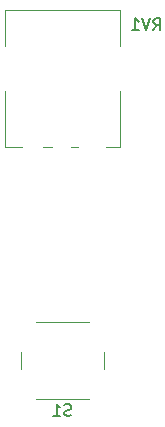
<source format=gbo>
G04 #@! TF.GenerationSoftware,KiCad,Pcbnew,5.1.5-52549c5~86~ubuntu19.04.1*
G04 #@! TF.CreationDate,2020-05-05T22:36:46+02:00*
G04 #@! TF.ProjectId,NotSoTinyDimmer,4e6f7453-6f54-4696-9e79-44696d6d6572,1.3.3*
G04 #@! TF.SameCoordinates,Original*
G04 #@! TF.FileFunction,Legend,Bot*
G04 #@! TF.FilePolarity,Positive*
%FSLAX46Y46*%
G04 Gerber Fmt 4.6, Leading zero omitted, Abs format (unit mm)*
G04 Created by KiCad (PCBNEW 5.1.5-52549c5~86~ubuntu19.04.1) date 2020-05-05 22:36:46*
%MOMM*%
%LPD*%
G04 APERTURE LIST*
%ADD10C,0.120000*%
%ADD11C,0.150000*%
G04 APERTURE END LIST*
D10*
X147668000Y-80209500D02*
X148498000Y-80209500D01*
X150118000Y-80209500D02*
X150648000Y-80209500D01*
X153018000Y-80209500D02*
X154198000Y-80209500D01*
X144458000Y-80209500D02*
X144458000Y-75489500D01*
X154198000Y-71679500D02*
X154198000Y-68619500D01*
X154208000Y-80209500D02*
X154208000Y-75489500D01*
X144458000Y-71679500D02*
X144458000Y-68619500D01*
X144458000Y-80209500D02*
X145948000Y-80209500D01*
X144458000Y-68619500D02*
X154198000Y-68619500D01*
X147078000Y-95007800D02*
X151578000Y-95007800D01*
X145828000Y-99007800D02*
X145828000Y-97507800D01*
X151578000Y-101507800D02*
X147078000Y-101507800D01*
X152828000Y-97507800D02*
X152828000Y-99007800D01*
D11*
X157059238Y-70302380D02*
X157392571Y-69826190D01*
X157630666Y-70302380D02*
X157630666Y-69302380D01*
X157249714Y-69302380D01*
X157154476Y-69350000D01*
X157106857Y-69397619D01*
X157059238Y-69492857D01*
X157059238Y-69635714D01*
X157106857Y-69730952D01*
X157154476Y-69778571D01*
X157249714Y-69826190D01*
X157630666Y-69826190D01*
X156773523Y-69302380D02*
X156440190Y-70302380D01*
X156106857Y-69302380D01*
X155249714Y-70302380D02*
X155821142Y-70302380D01*
X155535428Y-70302380D02*
X155535428Y-69302380D01*
X155630666Y-69445238D01*
X155725904Y-69540476D01*
X155821142Y-69588095D01*
X150089904Y-102912561D02*
X149947047Y-102960180D01*
X149708952Y-102960180D01*
X149613714Y-102912561D01*
X149566095Y-102864942D01*
X149518476Y-102769704D01*
X149518476Y-102674466D01*
X149566095Y-102579228D01*
X149613714Y-102531609D01*
X149708952Y-102483990D01*
X149899428Y-102436371D01*
X149994666Y-102388752D01*
X150042285Y-102341133D01*
X150089904Y-102245895D01*
X150089904Y-102150657D01*
X150042285Y-102055419D01*
X149994666Y-102007800D01*
X149899428Y-101960180D01*
X149661333Y-101960180D01*
X149518476Y-102007800D01*
X148566095Y-102960180D02*
X149137523Y-102960180D01*
X148851809Y-102960180D02*
X148851809Y-101960180D01*
X148947047Y-102103038D01*
X149042285Y-102198276D01*
X149137523Y-102245895D01*
M02*

</source>
